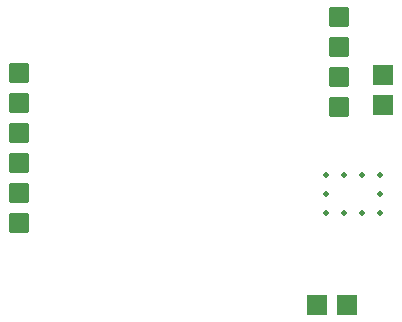
<source format=gbs>
G04 Layer: BottomSolderMaskLayer*
G04 EasyEDA v6.5.47, 2024-10-08 22:28:42*
G04 1ebfd5db29c148b9bf331c51237545a2,bd0a3265f8cf4f36a4e098e39f96ef10,10*
G04 Gerber Generator version 0.2*
G04 Scale: 100 percent, Rotated: No, Reflected: No *
G04 Dimensions in millimeters *
G04 leading zeros omitted , absolute positions ,4 integer and 5 decimal *
%FSLAX45Y45*%
%MOMM*%

%AMMACRO1*4,1,8,-0.7831,-0.8128,-0.8128,-0.7828,-0.8128,0.7831,-0.7831,0.8128,0.7828,0.8128,0.8128,0.7831,0.8128,-0.7828,0.7828,-0.8128,-0.7831,-0.8128,0*%
%AMMACRO2*4,1,8,-0.7911,-0.8208,-0.8208,-0.7908,-0.8208,0.7911,-0.7911,0.8208,0.7908,0.8208,0.8208,0.7911,0.8208,-0.7908,0.7908,-0.8208,-0.7911,-0.8208,0*%
%ADD10MACRO1*%
%ADD11MACRO2*%
%ADD12C,0.5000*%

%LPD*%
D10*
G01*
X4464100Y1899996D03*
G01*
X4464100Y2153996D03*
G01*
X4464100Y2407996D03*
G01*
X4464100Y2661996D03*
G01*
X1759000Y2192096D03*
G01*
X1759000Y1938096D03*
G01*
X1759000Y1684096D03*
G01*
X1759000Y1430096D03*
G01*
X1759000Y1176096D03*
G01*
X1759000Y922096D03*
D11*
G01*
X4279912Y228587D03*
G01*
X4533912Y228587D03*
G01*
X4838712Y2171687D03*
G01*
X4838712Y1917687D03*
D12*
G01*
X4809693Y1326108D03*
G01*
X4809693Y1166088D03*
G01*
X4809693Y1006094D03*
G01*
X4659706Y1326108D03*
G01*
X4509693Y1326108D03*
G01*
X4359706Y1326108D03*
G01*
X4359706Y1166088D03*
G01*
X4359706Y1006094D03*
G01*
X4509693Y1006094D03*
G01*
X4659706Y1006094D03*
M02*

</source>
